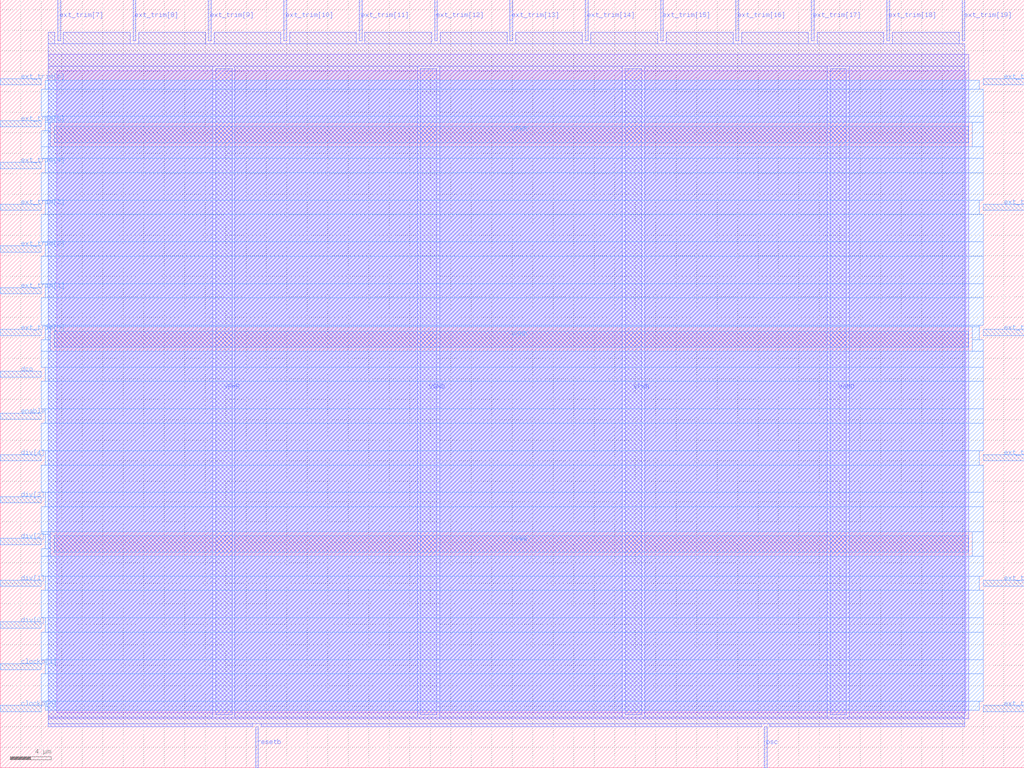
<source format=lef>
VERSION 5.7 ;
  NOWIREEXTENSIONATPIN ON ;
  DIVIDERCHAR "/" ;
  BUSBITCHARS "[]" ;
MACRO digital_locked_loop
  CLASS BLOCK ;
  FOREIGN digital_locked_loop ;
  ORIGIN 0.000 0.000 ;
  SIZE 100.000 BY 75.000 ;
  PIN VGND
    DIRECTION INOUT ;
    USE GROUND ;
    PORT
      LAYER met2 ;
        RECT 41.040 5.200 42.640 68.240 ;
    END
    PORT
      LAYER met2 ;
        RECT 81.040 5.200 82.640 68.240 ;
    END
    PORT
      LAYER met3 ;
        RECT 5.280 41.050 94.540 42.650 ;
    END
  END VGND
  PIN VPWR
    DIRECTION INOUT ;
    USE POWER ;
    PORT
      LAYER met2 ;
        RECT 21.040 5.200 22.640 68.240 ;
    END
    PORT
      LAYER met2 ;
        RECT 61.040 5.200 62.640 68.240 ;
    END
    PORT
      LAYER met3 ;
        RECT 5.280 21.050 94.540 22.650 ;
    END
    PORT
      LAYER met3 ;
        RECT 5.280 61.050 94.540 62.650 ;
    END
  END VPWR
  PIN clockp[0]
    DIRECTION OUTPUT TRISTATE ;
    USE SIGNAL ;
    PORT
      LAYER met3 ;
        RECT 0.000 5.480 4.000 6.080 ;
    END
  END clockp[0]
  PIN clockp[1]
    DIRECTION OUTPUT TRISTATE ;
    USE SIGNAL ;
    PORT
      LAYER met3 ;
        RECT 0.000 9.560 4.000 10.160 ;
    END
  END clockp[1]
  PIN dco
    DIRECTION INPUT ;
    USE SIGNAL ;
    PORT
      LAYER met3 ;
        RECT 0.000 38.120 4.000 38.720 ;
    END
  END dco
  PIN div[0]
    DIRECTION INPUT ;
    USE SIGNAL ;
    PORT
      LAYER met3 ;
        RECT 0.000 13.640 4.000 14.240 ;
    END
  END div[0]
  PIN div[1]
    DIRECTION INPUT ;
    USE SIGNAL ;
    PORT
      LAYER met3 ;
        RECT 0.000 17.720 4.000 18.320 ;
    END
  END div[1]
  PIN div[2]
    DIRECTION INPUT ;
    USE SIGNAL ;
    PORT
      LAYER met3 ;
        RECT 0.000 21.800 4.000 22.400 ;
    END
  END div[2]
  PIN div[3]
    DIRECTION INPUT ;
    USE SIGNAL ;
    PORT
      LAYER met3 ;
        RECT 0.000 25.880 4.000 26.480 ;
    END
  END div[3]
  PIN div[4]
    DIRECTION INPUT ;
    USE SIGNAL ;
    PORT
      LAYER met3 ;
        RECT 0.000 29.960 4.000 30.560 ;
    END
  END div[4]
  PIN enable
    DIRECTION INPUT ;
    USE SIGNAL ;
    PORT
      LAYER met3 ;
        RECT 0.000 34.040 4.000 34.640 ;
    END
  END enable
  PIN ext_trim[0]
    DIRECTION INPUT ;
    USE SIGNAL ;
    PORT
      LAYER met3 ;
        RECT 0.000 42.200 4.000 42.800 ;
    END
  END ext_trim[0]
  PIN ext_trim[10]
    DIRECTION INPUT ;
    USE SIGNAL ;
    PORT
      LAYER met2 ;
        RECT 27.690 71.000 27.970 75.000 ;
    END
  END ext_trim[10]
  PIN ext_trim[11]
    DIRECTION INPUT ;
    USE SIGNAL ;
    PORT
      LAYER met2 ;
        RECT 35.050 71.000 35.330 75.000 ;
    END
  END ext_trim[11]
  PIN ext_trim[12]
    DIRECTION INPUT ;
    USE SIGNAL ;
    PORT
      LAYER met2 ;
        RECT 42.410 71.000 42.690 75.000 ;
    END
  END ext_trim[12]
  PIN ext_trim[13]
    DIRECTION INPUT ;
    USE SIGNAL ;
    PORT
      LAYER met2 ;
        RECT 49.770 71.000 50.050 75.000 ;
    END
  END ext_trim[13]
  PIN ext_trim[14]
    DIRECTION INPUT ;
    USE SIGNAL ;
    PORT
      LAYER met2 ;
        RECT 57.130 71.000 57.410 75.000 ;
    END
  END ext_trim[14]
  PIN ext_trim[15]
    DIRECTION INPUT ;
    USE SIGNAL ;
    PORT
      LAYER met2 ;
        RECT 64.490 71.000 64.770 75.000 ;
    END
  END ext_trim[15]
  PIN ext_trim[16]
    DIRECTION INPUT ;
    USE SIGNAL ;
    PORT
      LAYER met2 ;
        RECT 71.850 71.000 72.130 75.000 ;
    END
  END ext_trim[16]
  PIN ext_trim[17]
    DIRECTION INPUT ;
    USE SIGNAL ;
    PORT
      LAYER met2 ;
        RECT 79.210 71.000 79.490 75.000 ;
    END
  END ext_trim[17]
  PIN ext_trim[18]
    DIRECTION INPUT ;
    USE SIGNAL ;
    PORT
      LAYER met2 ;
        RECT 86.570 71.000 86.850 75.000 ;
    END
  END ext_trim[18]
  PIN ext_trim[19]
    DIRECTION INPUT ;
    USE SIGNAL ;
    PORT
      LAYER met2 ;
        RECT 93.930 71.000 94.210 75.000 ;
    END
  END ext_trim[19]
  PIN ext_trim[1]
    DIRECTION INPUT ;
    USE SIGNAL ;
    PORT
      LAYER met3 ;
        RECT 0.000 46.280 4.000 46.880 ;
    END
  END ext_trim[1]
  PIN ext_trim[20]
    DIRECTION INPUT ;
    USE SIGNAL ;
    PORT
      LAYER met3 ;
        RECT 96.000 66.680 100.000 67.280 ;
    END
  END ext_trim[20]
  PIN ext_trim[21]
    DIRECTION INPUT ;
    USE SIGNAL ;
    PORT
      LAYER met3 ;
        RECT 96.000 54.440 100.000 55.040 ;
    END
  END ext_trim[21]
  PIN ext_trim[22]
    DIRECTION INPUT ;
    USE SIGNAL ;
    PORT
      LAYER met3 ;
        RECT 96.000 42.200 100.000 42.800 ;
    END
  END ext_trim[22]
  PIN ext_trim[23]
    DIRECTION INPUT ;
    USE SIGNAL ;
    PORT
      LAYER met3 ;
        RECT 96.000 29.960 100.000 30.560 ;
    END
  END ext_trim[23]
  PIN ext_trim[24]
    DIRECTION INPUT ;
    USE SIGNAL ;
    PORT
      LAYER met3 ;
        RECT 96.000 17.720 100.000 18.320 ;
    END
  END ext_trim[24]
  PIN ext_trim[25]
    DIRECTION INPUT ;
    USE SIGNAL ;
    PORT
      LAYER met3 ;
        RECT 96.000 5.480 100.000 6.080 ;
    END
  END ext_trim[25]
  PIN ext_trim[2]
    DIRECTION INPUT ;
    USE SIGNAL ;
    PORT
      LAYER met3 ;
        RECT 0.000 50.360 4.000 50.960 ;
    END
  END ext_trim[2]
  PIN ext_trim[3]
    DIRECTION INPUT ;
    USE SIGNAL ;
    PORT
      LAYER met3 ;
        RECT 0.000 54.440 4.000 55.040 ;
    END
  END ext_trim[3]
  PIN ext_trim[4]
    DIRECTION INPUT ;
    USE SIGNAL ;
    PORT
      LAYER met3 ;
        RECT 0.000 58.520 4.000 59.120 ;
    END
  END ext_trim[4]
  PIN ext_trim[5]
    DIRECTION INPUT ;
    USE SIGNAL ;
    PORT
      LAYER met3 ;
        RECT 0.000 62.600 4.000 63.200 ;
    END
  END ext_trim[5]
  PIN ext_trim[6]
    DIRECTION INPUT ;
    USE SIGNAL ;
    PORT
      LAYER met3 ;
        RECT 0.000 66.680 4.000 67.280 ;
    END
  END ext_trim[6]
  PIN ext_trim[7]
    DIRECTION INPUT ;
    USE SIGNAL ;
    PORT
      LAYER met2 ;
        RECT 5.610 71.000 5.890 75.000 ;
    END
  END ext_trim[7]
  PIN ext_trim[8]
    DIRECTION INPUT ;
    USE SIGNAL ;
    PORT
      LAYER met2 ;
        RECT 12.970 71.000 13.250 75.000 ;
    END
  END ext_trim[8]
  PIN ext_trim[9]
    DIRECTION INPUT ;
    USE SIGNAL ;
    PORT
      LAYER met2 ;
        RECT 20.330 71.000 20.610 75.000 ;
    END
  END ext_trim[9]
  PIN osc
    DIRECTION INPUT ;
    USE SIGNAL ;
    PORT
      LAYER met2 ;
        RECT 74.610 0.000 74.890 4.000 ;
    END
  END osc
  PIN resetb
    DIRECTION INPUT ;
    USE SIGNAL ;
    PORT
      LAYER met2 ;
        RECT 24.930 0.000 25.210 4.000 ;
    END
  END resetb
  OBS
      LAYER li1 ;
        RECT 5.520 5.355 94.300 68.085 ;
      LAYER met1 ;
        RECT 4.670 4.800 94.600 69.660 ;
      LAYER met2 ;
        RECT 4.690 70.720 5.330 71.810 ;
        RECT 6.170 70.720 12.690 71.810 ;
        RECT 13.530 70.720 20.050 71.810 ;
        RECT 20.890 70.720 27.410 71.810 ;
        RECT 28.250 70.720 34.770 71.810 ;
        RECT 35.610 70.720 42.130 71.810 ;
        RECT 42.970 70.720 49.490 71.810 ;
        RECT 50.330 70.720 56.850 71.810 ;
        RECT 57.690 70.720 64.210 71.810 ;
        RECT 65.050 70.720 71.570 71.810 ;
        RECT 72.410 70.720 78.930 71.810 ;
        RECT 79.770 70.720 86.290 71.810 ;
        RECT 87.130 70.720 93.650 71.810 ;
        RECT 4.690 68.520 94.210 70.720 ;
        RECT 4.690 4.920 20.760 68.520 ;
        RECT 22.920 4.920 40.760 68.520 ;
        RECT 42.920 4.920 60.760 68.520 ;
        RECT 62.920 4.920 80.760 68.520 ;
        RECT 82.920 4.920 94.210 68.520 ;
        RECT 4.690 4.280 94.210 4.920 ;
        RECT 4.690 4.000 24.650 4.280 ;
        RECT 25.490 4.000 74.330 4.280 ;
        RECT 75.170 4.000 94.210 4.280 ;
      LAYER met3 ;
        RECT 4.400 66.280 95.600 67.145 ;
        RECT 3.990 63.600 96.000 66.280 ;
        RECT 4.400 63.050 96.000 63.600 ;
        RECT 4.400 62.200 4.880 63.050 ;
        RECT 3.990 60.650 4.880 62.200 ;
        RECT 94.940 60.650 96.000 63.050 ;
        RECT 3.990 59.520 96.000 60.650 ;
        RECT 4.400 58.120 96.000 59.520 ;
        RECT 3.990 55.440 96.000 58.120 ;
        RECT 4.400 54.040 95.600 55.440 ;
        RECT 3.990 51.360 96.000 54.040 ;
        RECT 4.400 49.960 96.000 51.360 ;
        RECT 3.990 47.280 96.000 49.960 ;
        RECT 4.400 45.880 96.000 47.280 ;
        RECT 3.990 43.200 96.000 45.880 ;
        RECT 4.400 43.050 95.600 43.200 ;
        RECT 4.400 41.800 4.880 43.050 ;
        RECT 3.990 40.650 4.880 41.800 ;
        RECT 94.940 41.800 95.600 43.050 ;
        RECT 94.940 40.650 96.000 41.800 ;
        RECT 3.990 39.120 96.000 40.650 ;
        RECT 4.400 37.720 96.000 39.120 ;
        RECT 3.990 35.040 96.000 37.720 ;
        RECT 4.400 33.640 96.000 35.040 ;
        RECT 3.990 30.960 96.000 33.640 ;
        RECT 4.400 29.560 95.600 30.960 ;
        RECT 3.990 26.880 96.000 29.560 ;
        RECT 4.400 25.480 96.000 26.880 ;
        RECT 3.990 23.050 96.000 25.480 ;
        RECT 3.990 22.800 4.880 23.050 ;
        RECT 4.400 21.400 4.880 22.800 ;
        RECT 3.990 20.650 4.880 21.400 ;
        RECT 94.940 20.650 96.000 23.050 ;
        RECT 3.990 18.720 96.000 20.650 ;
        RECT 4.400 17.320 95.600 18.720 ;
        RECT 3.990 14.640 96.000 17.320 ;
        RECT 4.400 13.240 96.000 14.640 ;
        RECT 3.990 10.560 96.000 13.240 ;
        RECT 4.400 9.160 96.000 10.560 ;
        RECT 3.990 6.480 96.000 9.160 ;
        RECT 4.400 5.615 95.600 6.480 ;
  END
END digital_locked_loop
END LIBRARY


</source>
